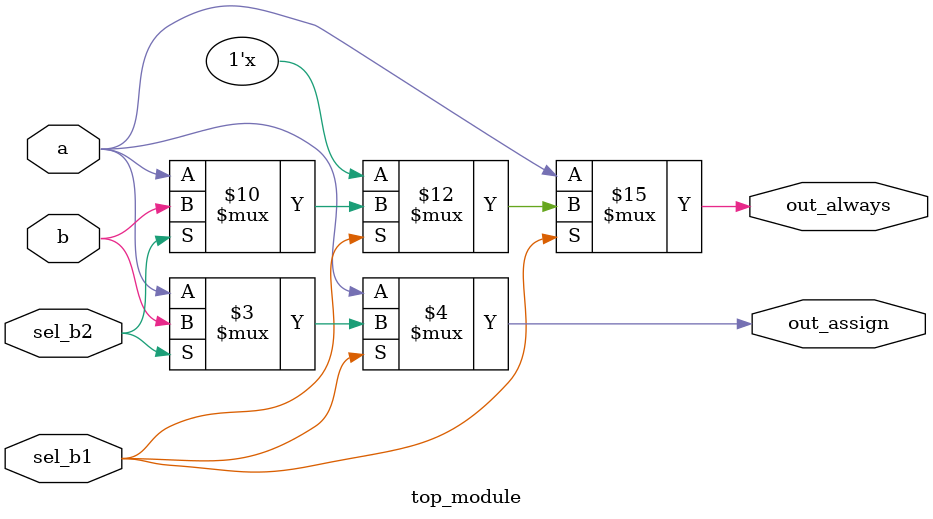
<source format=v>
module top_module(
    input a,
    input b,
    input sel_b1,
    input sel_b2,
    output wire out_assign,
    output reg out_always   
); 

    assign out_assign = (sel_b1 == 1'b1) ? (sel_b2 == 1'b1 ? b : a) : a;
    
    always @(*) begin
        if (sel_b1 == 1'b1) begin
            if (sel_b2 == 1'b1) begin
                out_always = b;
            end
            else out_always = a;
        end
        else begin
            out_always = a;
        end
    end

endmodule

</source>
